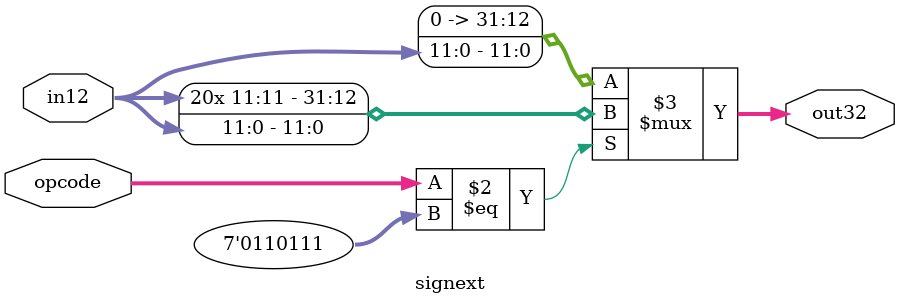
<source format=sv>
module signext(
    input logic [11:0] in12,
	 input logic [6:0] opcode,
    output logic [31:0] out32
);

always_comb begin
	out32 = (opcode == 7'b0110111) ? { {20{in12[11]}}, in12} : { 20'b0, $unsigned(in12) } ;
end

endmodule
</source>
